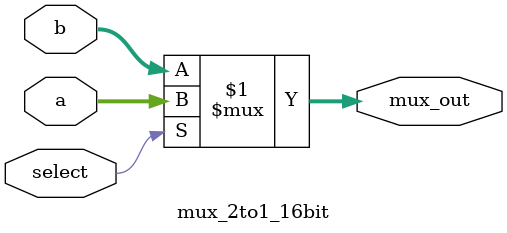
<source format=v>
module mux_2to1_16bit (
    input select,          
    input [15:0] a, 
    input [15:0] b,  
    output [15:0] mux_out  
);
    assign mux_out = select ? a : b; 

   
endmodule

</source>
